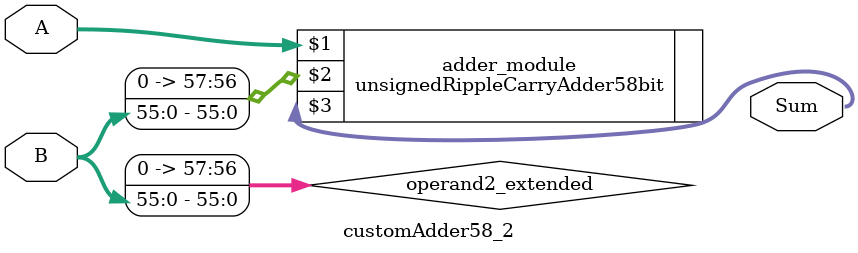
<source format=v>
module customAdder58_2(
                        input [57 : 0] A,
                        input [55 : 0] B,
                        
                        output [58 : 0] Sum
                );

        wire [57 : 0] operand2_extended;
        
        assign operand2_extended =  {2'b0, B};
        
        unsignedRippleCarryAdder58bit adder_module(
            A,
            operand2_extended,
            Sum
        );
        
        endmodule
        
</source>
